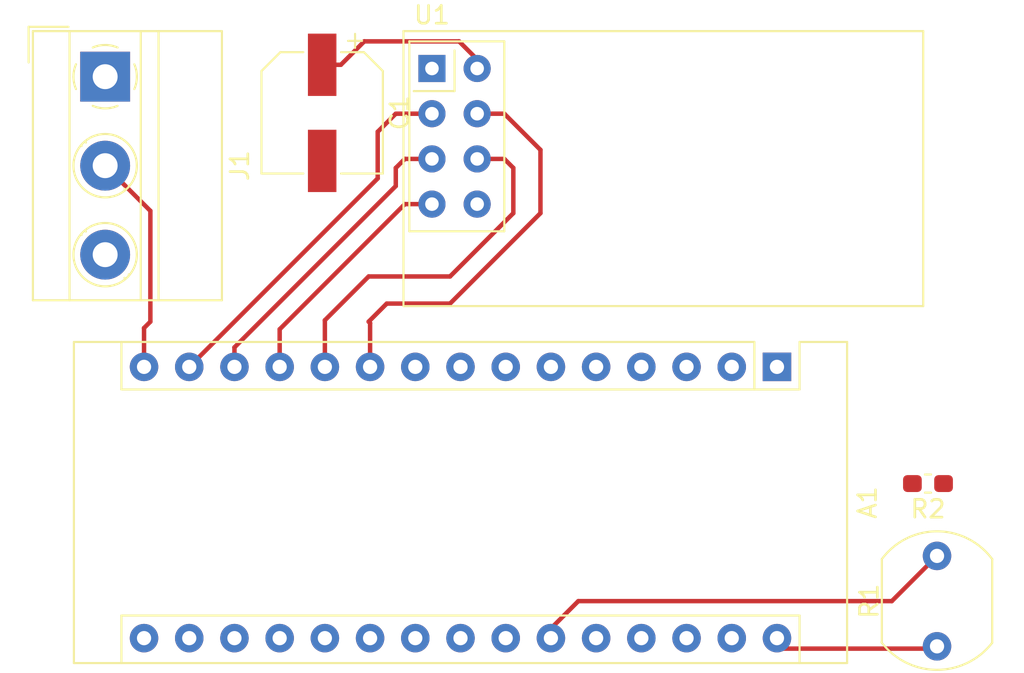
<source format=kicad_pcb>
(kicad_pcb (version 20171130) (host pcbnew 5.0.0-4.fc29)

  (general
    (thickness 1.6)
    (drawings 0)
    (tracks 43)
    (zones 0)
    (modules 6)
    (nets 11)
  )

  (page A4)
  (layers
    (0 F.Cu signal)
    (31 B.Cu signal)
    (32 B.Adhes user)
    (33 F.Adhes user)
    (34 B.Paste user)
    (35 F.Paste user)
    (36 B.SilkS user)
    (37 F.SilkS user)
    (38 B.Mask user)
    (39 F.Mask user)
    (40 Dwgs.User user)
    (41 Cmts.User user)
    (42 Eco1.User user)
    (43 Eco2.User user)
    (44 Edge.Cuts user)
    (45 Margin user)
    (46 B.CrtYd user)
    (47 F.CrtYd user)
    (48 B.Fab user)
    (49 F.Fab user)
  )

  (setup
    (last_trace_width 0.25)
    (trace_clearance 0.2)
    (zone_clearance 0.508)
    (zone_45_only no)
    (trace_min 0.2)
    (segment_width 0.2)
    (edge_width 0.15)
    (via_size 0.8)
    (via_drill 0.4)
    (via_min_size 0.4)
    (via_min_drill 0.3)
    (uvia_size 0.3)
    (uvia_drill 0.1)
    (uvias_allowed no)
    (uvia_min_size 0.2)
    (uvia_min_drill 0.1)
    (pcb_text_width 0.3)
    (pcb_text_size 1.5 1.5)
    (mod_edge_width 0.15)
    (mod_text_size 1 1)
    (mod_text_width 0.15)
    (pad_size 1.524 1.524)
    (pad_drill 0.762)
    (pad_to_mask_clearance 0.2)
    (aux_axis_origin 0 0)
    (grid_origin 105.736 69.136)
    (visible_elements FFFFFF7F)
    (pcbplotparams
      (layerselection 0x010fc_ffffffff)
      (usegerberextensions false)
      (usegerberattributes false)
      (usegerberadvancedattributes false)
      (creategerberjobfile false)
      (excludeedgelayer true)
      (linewidth 0.100000)
      (plotframeref false)
      (viasonmask false)
      (mode 1)
      (useauxorigin false)
      (hpglpennumber 1)
      (hpglpenspeed 20)
      (hpglpendiameter 15.000000)
      (psnegative false)
      (psa4output false)
      (plotreference true)
      (plotvalue true)
      (plotinvisibletext false)
      (padsonsilk false)
      (subtractmaskfromsilk false)
      (outputformat 1)
      (mirror false)
      (drillshape 1)
      (scaleselection 1)
      (outputdirectory ""))
  )

  (net 0 "")
  (net 1 +3V3)
  (net 2 "Net-(A1-Pad25)")
  (net 3 "Net-(A1-Pad10)")
  (net 4 "Net-(A1-Pad11)")
  (net 5 "Net-(A1-Pad12)")
  (net 6 "Net-(A1-Pad13)")
  (net 7 GND)
  (net 8 "Net-(A1-Pad14)")
  (net 9 +5V)
  (net 10 "Net-(A1-Pad15)")

  (net_class Default "This is the default net class."
    (clearance 0.2)
    (trace_width 0.25)
    (via_dia 0.8)
    (via_drill 0.4)
    (uvia_dia 0.3)
    (uvia_drill 0.1)
    (add_net +3V3)
    (add_net +5V)
    (add_net GND)
    (add_net "Net-(A1-Pad10)")
    (add_net "Net-(A1-Pad11)")
    (add_net "Net-(A1-Pad12)")
    (add_net "Net-(A1-Pad13)")
    (add_net "Net-(A1-Pad14)")
    (add_net "Net-(A1-Pad15)")
    (add_net "Net-(A1-Pad25)")
  )

  (module Module:Arduino_Nano (layer F.Cu) (tedit 58ACAF70) (tstamp 5C2A8661)
    (at 147.980026 88.44 270)
    (descr "Arduino Nano, http://www.mouser.com/pdfdocs/Gravitech_Arduino_Nano3_0.pdf")
    (tags "Arduino Nano")
    (path /5C295B9E)
    (fp_text reference A1 (at 7.62 -5.08 270) (layer F.SilkS)
      (effects (font (size 1 1) (thickness 0.15)))
    )
    (fp_text value Arduino_Nano_v3.x (at 8.89 19.05) (layer F.Fab)
      (effects (font (size 1 1) (thickness 0.15)))
    )
    (fp_text user %R (at 6.35 19.05) (layer F.Fab)
      (effects (font (size 1 1) (thickness 0.15)))
    )
    (fp_line (start 1.27 1.27) (end 1.27 -1.27) (layer F.SilkS) (width 0.12))
    (fp_line (start 1.27 -1.27) (end -1.4 -1.27) (layer F.SilkS) (width 0.12))
    (fp_line (start -1.4 1.27) (end -1.4 39.5) (layer F.SilkS) (width 0.12))
    (fp_line (start -1.4 -3.94) (end -1.4 -1.27) (layer F.SilkS) (width 0.12))
    (fp_line (start 13.97 -1.27) (end 16.64 -1.27) (layer F.SilkS) (width 0.12))
    (fp_line (start 13.97 -1.27) (end 13.97 36.83) (layer F.SilkS) (width 0.12))
    (fp_line (start 13.97 36.83) (end 16.64 36.83) (layer F.SilkS) (width 0.12))
    (fp_line (start 1.27 1.27) (end -1.4 1.27) (layer F.SilkS) (width 0.12))
    (fp_line (start 1.27 1.27) (end 1.27 36.83) (layer F.SilkS) (width 0.12))
    (fp_line (start 1.27 36.83) (end -1.4 36.83) (layer F.SilkS) (width 0.12))
    (fp_line (start 3.81 31.75) (end 11.43 31.75) (layer F.Fab) (width 0.1))
    (fp_line (start 11.43 31.75) (end 11.43 41.91) (layer F.Fab) (width 0.1))
    (fp_line (start 11.43 41.91) (end 3.81 41.91) (layer F.Fab) (width 0.1))
    (fp_line (start 3.81 41.91) (end 3.81 31.75) (layer F.Fab) (width 0.1))
    (fp_line (start -1.4 39.5) (end 16.64 39.5) (layer F.SilkS) (width 0.12))
    (fp_line (start 16.64 39.5) (end 16.64 -3.94) (layer F.SilkS) (width 0.12))
    (fp_line (start 16.64 -3.94) (end -1.4 -3.94) (layer F.SilkS) (width 0.12))
    (fp_line (start 16.51 39.37) (end -1.27 39.37) (layer F.Fab) (width 0.1))
    (fp_line (start -1.27 39.37) (end -1.27 -2.54) (layer F.Fab) (width 0.1))
    (fp_line (start -1.27 -2.54) (end 0 -3.81) (layer F.Fab) (width 0.1))
    (fp_line (start 0 -3.81) (end 16.51 -3.81) (layer F.Fab) (width 0.1))
    (fp_line (start 16.51 -3.81) (end 16.51 39.37) (layer F.Fab) (width 0.1))
    (fp_line (start -1.53 -4.06) (end 16.75 -4.06) (layer F.CrtYd) (width 0.05))
    (fp_line (start -1.53 -4.06) (end -1.53 42.16) (layer F.CrtYd) (width 0.05))
    (fp_line (start 16.75 42.16) (end 16.75 -4.06) (layer F.CrtYd) (width 0.05))
    (fp_line (start 16.75 42.16) (end -1.53 42.16) (layer F.CrtYd) (width 0.05))
    (pad 1 thru_hole rect (at 0 0 270) (size 1.6 1.6) (drill 0.8) (layers *.Cu *.Mask))
    (pad 17 thru_hole oval (at 15.24 33.02 270) (size 1.6 1.6) (drill 0.8) (layers *.Cu *.Mask)
      (net 1 +3V3))
    (pad 2 thru_hole oval (at 0 2.54 270) (size 1.6 1.6) (drill 0.8) (layers *.Cu *.Mask))
    (pad 18 thru_hole oval (at 15.24 30.48 270) (size 1.6 1.6) (drill 0.8) (layers *.Cu *.Mask))
    (pad 3 thru_hole oval (at 0 5.08 270) (size 1.6 1.6) (drill 0.8) (layers *.Cu *.Mask))
    (pad 19 thru_hole oval (at 15.24 27.94 270) (size 1.6 1.6) (drill 0.8) (layers *.Cu *.Mask))
    (pad 4 thru_hole oval (at 0 7.62 270) (size 1.6 1.6) (drill 0.8) (layers *.Cu *.Mask))
    (pad 20 thru_hole oval (at 15.24 25.4 270) (size 1.6 1.6) (drill 0.8) (layers *.Cu *.Mask))
    (pad 5 thru_hole oval (at 0 10.16 270) (size 1.6 1.6) (drill 0.8) (layers *.Cu *.Mask))
    (pad 21 thru_hole oval (at 15.24 22.86 270) (size 1.6 1.6) (drill 0.8) (layers *.Cu *.Mask))
    (pad 6 thru_hole oval (at 0 12.7 270) (size 1.6 1.6) (drill 0.8) (layers *.Cu *.Mask))
    (pad 22 thru_hole oval (at 15.24 20.32 270) (size 1.6 1.6) (drill 0.8) (layers *.Cu *.Mask))
    (pad 7 thru_hole oval (at 0 15.24 270) (size 1.6 1.6) (drill 0.8) (layers *.Cu *.Mask))
    (pad 23 thru_hole oval (at 15.24 17.78 270) (size 1.6 1.6) (drill 0.8) (layers *.Cu *.Mask))
    (pad 8 thru_hole oval (at 0 17.78 270) (size 1.6 1.6) (drill 0.8) (layers *.Cu *.Mask))
    (pad 24 thru_hole oval (at 15.24 15.24 270) (size 1.6 1.6) (drill 0.8) (layers *.Cu *.Mask))
    (pad 9 thru_hole oval (at 0 20.32 270) (size 1.6 1.6) (drill 0.8) (layers *.Cu *.Mask))
    (pad 25 thru_hole oval (at 15.24 12.7 270) (size 1.6 1.6) (drill 0.8) (layers *.Cu *.Mask)
      (net 2 "Net-(A1-Pad25)"))
    (pad 10 thru_hole oval (at 0 22.86 270) (size 1.6 1.6) (drill 0.8) (layers *.Cu *.Mask)
      (net 3 "Net-(A1-Pad10)"))
    (pad 26 thru_hole oval (at 15.24 10.16 270) (size 1.6 1.6) (drill 0.8) (layers *.Cu *.Mask))
    (pad 11 thru_hole oval (at 0 25.4 270) (size 1.6 1.6) (drill 0.8) (layers *.Cu *.Mask)
      (net 4 "Net-(A1-Pad11)"))
    (pad 27 thru_hole oval (at 15.24 7.62 270) (size 1.6 1.6) (drill 0.8) (layers *.Cu *.Mask))
    (pad 12 thru_hole oval (at 0 27.94 270) (size 1.6 1.6) (drill 0.8) (layers *.Cu *.Mask)
      (net 5 "Net-(A1-Pad12)"))
    (pad 28 thru_hole oval (at 15.24 5.08 270) (size 1.6 1.6) (drill 0.8) (layers *.Cu *.Mask))
    (pad 13 thru_hole oval (at 0 30.48 270) (size 1.6 1.6) (drill 0.8) (layers *.Cu *.Mask)
      (net 6 "Net-(A1-Pad13)"))
    (pad 29 thru_hole oval (at 15.24 2.54 270) (size 1.6 1.6) (drill 0.8) (layers *.Cu *.Mask)
      (net 7 GND))
    (pad 14 thru_hole oval (at 0 33.02 270) (size 1.6 1.6) (drill 0.8) (layers *.Cu *.Mask)
      (net 8 "Net-(A1-Pad14)"))
    (pad 30 thru_hole oval (at 15.24 0 270) (size 1.6 1.6) (drill 0.8) (layers *.Cu *.Mask)
      (net 9 +5V))
    (pad 15 thru_hole oval (at 0 35.56 270) (size 1.6 1.6) (drill 0.8) (layers *.Cu *.Mask)
      (net 10 "Net-(A1-Pad15)"))
    (pad 16 thru_hole oval (at 15.24 35.56 270) (size 1.6 1.6) (drill 0.8) (layers *.Cu *.Mask))
    (model ${KISYS3DMOD}/Module.3dshapes/Arduino_Nano_WithMountingHoles.wrl
      (at (xyz 0 0 0))
      (scale (xyz 1 1 1))
      (rotate (xyz 0 0 0))
    )
  )

  (module Capacitor_SMD:CP_Elec_6.3x3 (layer F.Cu) (tedit 5A841F9D) (tstamp 5C2A8689)
    (at 122.428 74.168 270)
    (descr "SMT capacitor, aluminium electrolytic, 6.3x3, Nichicon ")
    (tags "Capacitor Electrolytic")
    (path /5C29641B)
    (attr smd)
    (fp_text reference C1 (at 0 -4.35 270) (layer F.SilkS)
      (effects (font (size 1 1) (thickness 0.15)))
    )
    (fp_text value CP (at 0 4.35 270) (layer F.Fab)
      (effects (font (size 1 1) (thickness 0.15)))
    )
    (fp_circle (center 0 0) (end 3.15 0) (layer F.Fab) (width 0.1))
    (fp_line (start 3.3 -3.3) (end 3.3 3.3) (layer F.Fab) (width 0.1))
    (fp_line (start -2.3 -3.3) (end 3.3 -3.3) (layer F.Fab) (width 0.1))
    (fp_line (start -2.3 3.3) (end 3.3 3.3) (layer F.Fab) (width 0.1))
    (fp_line (start -3.3 -2.3) (end -3.3 2.3) (layer F.Fab) (width 0.1))
    (fp_line (start -3.3 -2.3) (end -2.3 -3.3) (layer F.Fab) (width 0.1))
    (fp_line (start -3.3 2.3) (end -2.3 3.3) (layer F.Fab) (width 0.1))
    (fp_line (start -2.704838 -1.33) (end -2.074838 -1.33) (layer F.Fab) (width 0.1))
    (fp_line (start -2.389838 -1.645) (end -2.389838 -1.015) (layer F.Fab) (width 0.1))
    (fp_line (start 3.41 3.41) (end 3.41 1.06) (layer F.SilkS) (width 0.12))
    (fp_line (start 3.41 -3.41) (end 3.41 -1.06) (layer F.SilkS) (width 0.12))
    (fp_line (start -2.345563 -3.41) (end 3.41 -3.41) (layer F.SilkS) (width 0.12))
    (fp_line (start -2.345563 3.41) (end 3.41 3.41) (layer F.SilkS) (width 0.12))
    (fp_line (start -3.41 2.345563) (end -3.41 1.06) (layer F.SilkS) (width 0.12))
    (fp_line (start -3.41 -2.345563) (end -3.41 -1.06) (layer F.SilkS) (width 0.12))
    (fp_line (start -3.41 -2.345563) (end -2.345563 -3.41) (layer F.SilkS) (width 0.12))
    (fp_line (start -3.41 2.345563) (end -2.345563 3.41) (layer F.SilkS) (width 0.12))
    (fp_line (start -4.4375 -1.8475) (end -3.65 -1.8475) (layer F.SilkS) (width 0.12))
    (fp_line (start -4.04375 -2.24125) (end -4.04375 -1.45375) (layer F.SilkS) (width 0.12))
    (fp_line (start 3.55 -3.55) (end 3.55 -1.05) (layer F.CrtYd) (width 0.05))
    (fp_line (start 3.55 -1.05) (end 4.7 -1.05) (layer F.CrtYd) (width 0.05))
    (fp_line (start 4.7 -1.05) (end 4.7 1.05) (layer F.CrtYd) (width 0.05))
    (fp_line (start 4.7 1.05) (end 3.55 1.05) (layer F.CrtYd) (width 0.05))
    (fp_line (start 3.55 1.05) (end 3.55 3.55) (layer F.CrtYd) (width 0.05))
    (fp_line (start -2.4 3.55) (end 3.55 3.55) (layer F.CrtYd) (width 0.05))
    (fp_line (start -2.4 -3.55) (end 3.55 -3.55) (layer F.CrtYd) (width 0.05))
    (fp_line (start -3.55 2.4) (end -2.4 3.55) (layer F.CrtYd) (width 0.05))
    (fp_line (start -3.55 -2.4) (end -2.4 -3.55) (layer F.CrtYd) (width 0.05))
    (fp_line (start -3.55 -2.4) (end -3.55 -1.05) (layer F.CrtYd) (width 0.05))
    (fp_line (start -3.55 1.05) (end -3.55 2.4) (layer F.CrtYd) (width 0.05))
    (fp_line (start -3.55 -1.05) (end -4.7 -1.05) (layer F.CrtYd) (width 0.05))
    (fp_line (start -4.7 -1.05) (end -4.7 1.05) (layer F.CrtYd) (width 0.05))
    (fp_line (start -4.7 1.05) (end -3.55 1.05) (layer F.CrtYd) (width 0.05))
    (fp_text user %R (at 0 0 270) (layer F.Fab)
      (effects (font (size 1 1) (thickness 0.15)))
    )
    (pad 1 smd rect (at -2.7 0 270) (size 3.5 1.6) (layers F.Cu F.Paste F.Mask)
      (net 1 +3V3))
    (pad 2 smd rect (at 2.7 0 270) (size 3.5 1.6) (layers F.Cu F.Paste F.Mask)
      (net 7 GND))
    (model ${KISYS3DMOD}/Capacitor_SMD.3dshapes/CP_Elec_6.3x3.wrl
      (at (xyz 0 0 0))
      (scale (xyz 1 1 1))
      (rotate (xyz 0 0 0))
    )
  )

  (module TerminalBlock_MetzConnect:TerminalBlock_MetzConnect_Type011_RT05503HBWC_1x03_P5.00mm_Horizontal (layer F.Cu) (tedit 5B294E99) (tstamp 5C2A86BE)
    (at 110.236 72.136 270)
    (descr "terminal block Metz Connect Type011_RT05503HBWC, 3 pins, pitch 5mm, size 15x10.5mm^2, drill diamater 1.4mm, pad diameter 2.8mm, see http://www.metz-connect.com/de/system/files/productfiles/Datenblatt_310111_RT055xxHBLC_OFF-022717S.pdf, script-generated using https://github.com/pointhi/kicad-footprint-generator/scripts/TerminalBlock_MetzConnect")
    (tags "THT terminal block Metz Connect Type011_RT05503HBWC pitch 5mm size 15x10.5mm^2 drill 1.4mm pad 2.8mm")
    (path /5C29A801)
    (fp_text reference J1 (at 5 -7.56 270) (layer F.SilkS)
      (effects (font (size 1 1) (thickness 0.15)))
    )
    (fp_text value Screw_Terminal_01x03 (at 5 5.06 270) (layer F.Fab)
      (effects (font (size 1 1) (thickness 0.15)))
    )
    (fp_arc (start 0 0) (end 0 1.78) (angle -23) (layer F.SilkS) (width 0.12))
    (fp_arc (start 0 0) (end 1.639 0.696) (angle -46) (layer F.SilkS) (width 0.12))
    (fp_arc (start 0 0) (end 0.696 -1.639) (angle -46) (layer F.SilkS) (width 0.12))
    (fp_arc (start 0 0) (end -1.639 -0.696) (angle -46) (layer F.SilkS) (width 0.12))
    (fp_arc (start 0 0) (end -0.696 1.639) (angle -24) (layer F.SilkS) (width 0.12))
    (fp_circle (center 0 0) (end 1.6 0) (layer F.Fab) (width 0.1))
    (fp_circle (center 5 0) (end 6.6 0) (layer F.Fab) (width 0.1))
    (fp_circle (center 5 0) (end 6.78 0) (layer F.SilkS) (width 0.12))
    (fp_circle (center 10 0) (end 11.6 0) (layer F.Fab) (width 0.1))
    (fp_circle (center 10 0) (end 11.78 0) (layer F.SilkS) (width 0.12))
    (fp_line (start -2.5 -6.5) (end 12.5 -6.5) (layer F.Fab) (width 0.1))
    (fp_line (start 12.5 -6.5) (end 12.5 4) (layer F.Fab) (width 0.1))
    (fp_line (start 12.5 4) (end -0.5 4) (layer F.Fab) (width 0.1))
    (fp_line (start -0.5 4) (end -2.5 2) (layer F.Fab) (width 0.1))
    (fp_line (start -2.5 2) (end -2.5 -6.5) (layer F.Fab) (width 0.1))
    (fp_line (start -2.5 2) (end 12.5 2) (layer F.Fab) (width 0.1))
    (fp_line (start -2.56 2) (end 12.56 2) (layer F.SilkS) (width 0.12))
    (fp_line (start -2.5 -2) (end 12.5 -2) (layer F.Fab) (width 0.1))
    (fp_line (start -2.56 -2) (end 12.56 -2) (layer F.SilkS) (width 0.12))
    (fp_line (start -2.5 -3) (end 12.5 -3) (layer F.Fab) (width 0.1))
    (fp_line (start -2.56 -3) (end 12.56 -3) (layer F.SilkS) (width 0.12))
    (fp_line (start -2.56 -6.56) (end 12.56 -6.56) (layer F.SilkS) (width 0.12))
    (fp_line (start -2.56 4.06) (end 12.56 4.06) (layer F.SilkS) (width 0.12))
    (fp_line (start -2.56 -6.56) (end -2.56 4.06) (layer F.SilkS) (width 0.12))
    (fp_line (start 12.56 -6.56) (end 12.56 4.06) (layer F.SilkS) (width 0.12))
    (fp_line (start 1.214 -1.019) (end -1.019 1.214) (layer F.Fab) (width 0.1))
    (fp_line (start 1.019 -1.214) (end -1.214 1.018) (layer F.Fab) (width 0.1))
    (fp_line (start 6.214 -1.019) (end 3.982 1.214) (layer F.Fab) (width 0.1))
    (fp_line (start 6.019 -1.214) (end 3.787 1.018) (layer F.Fab) (width 0.1))
    (fp_line (start 6.35 -1.133) (end 6.301 -1.083) (layer F.SilkS) (width 0.12))
    (fp_line (start 3.892 1.325) (end 3.868 1.35) (layer F.SilkS) (width 0.12))
    (fp_line (start 6.133 -1.35) (end 6.108 -1.326) (layer F.SilkS) (width 0.12))
    (fp_line (start 3.7 1.083) (end 3.65 1.133) (layer F.SilkS) (width 0.12))
    (fp_line (start 11.214 -1.019) (end 8.982 1.214) (layer F.Fab) (width 0.1))
    (fp_line (start 11.019 -1.214) (end 8.787 1.018) (layer F.Fab) (width 0.1))
    (fp_line (start 11.35 -1.133) (end 11.301 -1.083) (layer F.SilkS) (width 0.12))
    (fp_line (start 8.892 1.325) (end 8.868 1.35) (layer F.SilkS) (width 0.12))
    (fp_line (start 11.133 -1.35) (end 11.108 -1.326) (layer F.SilkS) (width 0.12))
    (fp_line (start 8.7 1.083) (end 8.65 1.133) (layer F.SilkS) (width 0.12))
    (fp_line (start -2.8 2.06) (end -2.8 4.3) (layer F.SilkS) (width 0.12))
    (fp_line (start -2.8 4.3) (end -0.8 4.3) (layer F.SilkS) (width 0.12))
    (fp_line (start -3 -7) (end -3 4.5) (layer F.CrtYd) (width 0.05))
    (fp_line (start -3 4.5) (end 13 4.5) (layer F.CrtYd) (width 0.05))
    (fp_line (start 13 4.5) (end 13 -7) (layer F.CrtYd) (width 0.05))
    (fp_line (start 13 -7) (end -3 -7) (layer F.CrtYd) (width 0.05))
    (fp_text user %R (at 5 3.25 270) (layer F.Fab)
      (effects (font (size 1 1) (thickness 0.15)))
    )
    (pad 1 thru_hole rect (at 0 0 270) (size 2.8 2.8) (drill 1.4) (layers *.Cu *.Mask)
      (net 7 GND))
    (pad 2 thru_hole circle (at 5 0 270) (size 2.8 2.8) (drill 1.4) (layers *.Cu *.Mask)
      (net 10 "Net-(A1-Pad15)"))
    (pad 3 thru_hole circle (at 10 0 270) (size 2.8 2.8) (drill 1.4) (layers *.Cu *.Mask)
      (net 9 +5V))
    (model ${KISYS3DMOD}/TerminalBlock_MetzConnect.3dshapes/TerminalBlock_MetzConnect_Type011_RT05503HBWC_1x03_P5.00mm_Horizontal.wrl
      (at (xyz 0 0 0))
      (scale (xyz 1 1 1))
      (rotate (xyz 0 0 0))
    )
  )

  (module OptoDevice:R_LDR_7x6mm_P5.1mm_Vertical (layer F.Cu) (tedit 5A6C6585) (tstamp 5C2A86DE)
    (at 156.972 104.14 90)
    (descr "Resistor, LDR 7x6mm")
    (tags "Resistor LDR7x6mm")
    (path /5C295D9A)
    (fp_text reference R1 (at 2.54 -3.81 90) (layer F.SilkS)
      (effects (font (size 1 1) (thickness 0.15)))
    )
    (fp_text value R_PHOTO (at 2.54 4.06 90) (layer F.Fab)
      (effects (font (size 1 1) (thickness 0.15)))
    )
    (fp_text user %R (at 2.54 0 90) (layer F.Fab)
      (effects (font (size 1 1) (thickness 0.15)))
    )
    (fp_line (start 0.2 -3.1) (end 4.9 -3.1) (layer F.SilkS) (width 0.12))
    (fp_line (start 0.2 3.1) (end 4.9 3.1) (layer F.SilkS) (width 0.12))
    (fp_line (start 1.64 -1.8) (end 3.44 -1.8) (layer F.Fab) (width 0.1))
    (fp_line (start 3.44 -1.8) (end 3.44 -1.2) (layer F.Fab) (width 0.1))
    (fp_line (start 3.44 -1.2) (end 1.64 -1.2) (layer F.Fab) (width 0.1))
    (fp_line (start 1.64 -1.2) (end 1.64 -0.6) (layer F.Fab) (width 0.1))
    (fp_line (start 1.64 -0.6) (end 3.44 -0.6) (layer F.Fab) (width 0.1))
    (fp_line (start 3.44 -0.6) (end 3.44 0) (layer F.Fab) (width 0.1))
    (fp_line (start 3.44 0) (end 1.64 0) (layer F.Fab) (width 0.1))
    (fp_line (start 1.64 0) (end 1.64 0.6) (layer F.Fab) (width 0.1))
    (fp_line (start 1.64 0.6) (end 3.44 0.6) (layer F.Fab) (width 0.1))
    (fp_line (start 3.44 0.6) (end 3.44 1.2) (layer F.Fab) (width 0.1))
    (fp_line (start 3.44 1.2) (end 1.64 1.2) (layer F.Fab) (width 0.1))
    (fp_line (start 1.64 1.2) (end 1.64 1.8) (layer F.Fab) (width 0.1))
    (fp_line (start 1.64 1.8) (end 3.44 1.8) (layer F.Fab) (width 0.1))
    (fp_line (start 4.84 3) (end 0.24 3) (layer F.Fab) (width 0.1))
    (fp_line (start 0.24 -3) (end 4.84 -3) (layer F.Fab) (width 0.1))
    (fp_line (start -1.49 -3.25) (end 6.57 -3.25) (layer F.CrtYd) (width 0.05))
    (fp_line (start -1.49 -3.25) (end -1.49 3.25) (layer F.CrtYd) (width 0.05))
    (fp_line (start 6.57 3.25) (end 6.57 -3.25) (layer F.CrtYd) (width 0.05))
    (fp_line (start 6.57 3.25) (end -1.49 3.25) (layer F.CrtYd) (width 0.05))
    (fp_arc (start 2.6 0) (end 0.2 3.1) (angle 105) (layer F.SilkS) (width 0.12))
    (fp_arc (start 2.6 0) (end 4.9 -3.1) (angle 107) (layer F.SilkS) (width 0.12))
    (fp_arc (start 2.54 0) (end 4.84 -3) (angle 105) (layer F.Fab) (width 0.1))
    (fp_arc (start 2.54 0) (end 0.24 3) (angle 105) (layer F.Fab) (width 0.1))
    (pad 1 thru_hole circle (at 0 0 90) (size 1.6 1.6) (drill 0.8) (layers *.Cu *.Mask)
      (net 9 +5V))
    (pad 2 thru_hole circle (at 5.08 0 90) (size 1.6 1.6) (drill 0.8) (layers *.Cu *.Mask)
      (net 2 "Net-(A1-Pad25)"))
    (model ${KISYS3DMOD}/OptoDevice.3dshapes/R_LDR_7x6mm_P5.1mm_Vertical.wrl
      (at (xyz 0 0 0))
      (scale (xyz 1 1 1))
      (rotate (xyz 0 0 0))
    )
  )

  (module Resistor_SMD:R_0603_1608Metric_Pad1.05x0.95mm_HandSolder (layer F.Cu) (tedit 5B301BBD) (tstamp 5C2A86EF)
    (at 156.464 94.996 180)
    (descr "Resistor SMD 0603 (1608 Metric), square (rectangular) end terminal, IPC_7351 nominal with elongated pad for handsoldering. (Body size source: http://www.tortai-tech.com/upload/download/2011102023233369053.pdf), generated with kicad-footprint-generator")
    (tags "resistor handsolder")
    (path /5C295F17)
    (attr smd)
    (fp_text reference R2 (at 0 -1.43 180) (layer F.SilkS)
      (effects (font (size 1 1) (thickness 0.15)))
    )
    (fp_text value 10k (at 0 1.43 180) (layer F.Fab)
      (effects (font (size 1 1) (thickness 0.15)))
    )
    (fp_line (start -0.8 0.4) (end -0.8 -0.4) (layer F.Fab) (width 0.1))
    (fp_line (start -0.8 -0.4) (end 0.8 -0.4) (layer F.Fab) (width 0.1))
    (fp_line (start 0.8 -0.4) (end 0.8 0.4) (layer F.Fab) (width 0.1))
    (fp_line (start 0.8 0.4) (end -0.8 0.4) (layer F.Fab) (width 0.1))
    (fp_line (start -0.171267 -0.51) (end 0.171267 -0.51) (layer F.SilkS) (width 0.12))
    (fp_line (start -0.171267 0.51) (end 0.171267 0.51) (layer F.SilkS) (width 0.12))
    (fp_line (start -1.65 0.73) (end -1.65 -0.73) (layer F.CrtYd) (width 0.05))
    (fp_line (start -1.65 -0.73) (end 1.65 -0.73) (layer F.CrtYd) (width 0.05))
    (fp_line (start 1.65 -0.73) (end 1.65 0.73) (layer F.CrtYd) (width 0.05))
    (fp_line (start 1.65 0.73) (end -1.65 0.73) (layer F.CrtYd) (width 0.05))
    (fp_text user %R (at 0 0 180) (layer F.Fab)
      (effects (font (size 0.4 0.4) (thickness 0.06)))
    )
    (pad 1 smd roundrect (at -0.875 0 180) (size 1.05 0.95) (layers F.Cu F.Paste F.Mask) (roundrect_rratio 0.25)
      (net 2 "Net-(A1-Pad25)"))
    (pad 2 smd roundrect (at 0.875 0 180) (size 1.05 0.95) (layers F.Cu F.Paste F.Mask) (roundrect_rratio 0.25)
      (net 7 GND))
    (model ${KISYS3DMOD}/Resistor_SMD.3dshapes/R_0603_1608Metric.wrl
      (at (xyz 0 0 0))
      (scale (xyz 1 1 1))
      (rotate (xyz 0 0 0))
    )
  )

  (module RF_Module:nRF24L01_Breakout (layer F.Cu) (tedit 5A056C61) (tstamp 5C2A8719)
    (at 128.596 71.676)
    (descr "nRF24L01 breakout board")
    (tags "nRF24L01 adapter breakout")
    (path /5C2960CD)
    (fp_text reference U1 (at 0 -3) (layer F.SilkS)
      (effects (font (size 1 1) (thickness 0.15)))
    )
    (fp_text value NRF24L01_Breakout (at 13 5) (layer F.Fab)
      (effects (font (size 1 1) (thickness 0.15)))
    )
    (fp_line (start -1.5 -2) (end 27.5 -2) (layer F.Fab) (width 0.1))
    (fp_line (start 27.5 -2) (end 27.5 13.25) (layer F.Fab) (width 0.1))
    (fp_line (start 27.5 13.25) (end -1.5 13.25) (layer F.Fab) (width 0.1))
    (fp_line (start -1.5 13.25) (end -1.5 -2) (layer F.Fab) (width 0.1))
    (fp_line (start -1.5 -2) (end -1.5 -2) (layer F.Fab) (width 0.1))
    (fp_line (start -1.27 -1.27) (end 3.81 -1.27) (layer F.Fab) (width 0.1))
    (fp_line (start 3.81 -1.27) (end 3.81 8.89) (layer F.Fab) (width 0.1))
    (fp_line (start 3.81 8.89) (end -1.27 8.89) (layer F.Fab) (width 0.1))
    (fp_line (start -1.27 8.89) (end -1.27 -1.27) (layer F.Fab) (width 0.1))
    (fp_line (start -1.27 -1.27) (end -1.27 -1.27) (layer F.Fab) (width 0.1))
    (fp_line (start -1.27 -1.524) (end 4.064 -1.524) (layer F.SilkS) (width 0.12))
    (fp_line (start 4.064 -1.524) (end 4.064 9.144) (layer F.SilkS) (width 0.12))
    (fp_line (start 4.064 9.144) (end -1.27 9.144) (layer F.SilkS) (width 0.12))
    (fp_line (start -1.27 9.144) (end -1.27 9.144) (layer F.SilkS) (width 0.12))
    (fp_line (start 1.27 -1.016) (end 1.27 1.27) (layer F.SilkS) (width 0.12))
    (fp_line (start 1.27 1.27) (end -1.016 1.27) (layer F.SilkS) (width 0.12))
    (fp_line (start -1.016 1.27) (end -1.016 1.27) (layer F.SilkS) (width 0.12))
    (fp_line (start -1.6 -2.1) (end 27.6 -2.1) (layer F.SilkS) (width 0.12))
    (fp_line (start 27.6 -2.1) (end 27.6 13.35) (layer F.SilkS) (width 0.12))
    (fp_line (start 27.6 13.35) (end -1.6 13.35) (layer F.SilkS) (width 0.12))
    (fp_line (start -1.6 13.35) (end -1.6 -2.1) (layer F.SilkS) (width 0.12))
    (fp_line (start -1.6 -2.1) (end -1.6 -2.1) (layer F.SilkS) (width 0.12))
    (fp_line (start -1.27 9.144) (end -1.27 -1.524) (layer F.SilkS) (width 0.12))
    (fp_line (start -1.27 -1.524) (end -1.27 -1.524) (layer F.SilkS) (width 0.12))
    (fp_line (start 27.75 -2.25) (end -1.75 -2.25) (layer F.CrtYd) (width 0.05))
    (fp_line (start -1.75 -2.25) (end -1.75 13.5) (layer F.CrtYd) (width 0.05))
    (fp_line (start -1.75 13.5) (end 27.75 13.5) (layer F.CrtYd) (width 0.05))
    (fp_line (start 27.75 13.5) (end 27.75 -2.25) (layer F.CrtYd) (width 0.05))
    (fp_line (start 27.75 -2.25) (end 27.75 -2.25) (layer F.CrtYd) (width 0.05))
    (fp_text user %R (at 12.5 2.5) (layer F.Fab)
      (effects (font (size 1 1) (thickness 0.15)))
    )
    (pad 1 thru_hole rect (at 0 0) (size 1.524 1.524) (drill 0.762) (layers *.Cu *.Mask)
      (net 7 GND))
    (pad 2 thru_hole circle (at 2.54 0) (size 1.524 1.524) (drill 0.762) (layers *.Cu *.Mask)
      (net 1 +3V3))
    (pad 3 thru_hole circle (at 0 2.54) (size 1.524 1.524) (drill 0.762) (layers *.Cu *.Mask)
      (net 8 "Net-(A1-Pad14)"))
    (pad 4 thru_hole circle (at 2.54 2.54) (size 1.524 1.524) (drill 0.762) (layers *.Cu *.Mask)
      (net 3 "Net-(A1-Pad10)"))
    (pad 5 thru_hole circle (at 0 5.08) (size 1.524 1.524) (drill 0.762) (layers *.Cu *.Mask)
      (net 6 "Net-(A1-Pad13)"))
    (pad 6 thru_hole circle (at 2.54 5.08) (size 1.524 1.524) (drill 0.762) (layers *.Cu *.Mask)
      (net 4 "Net-(A1-Pad11)"))
    (pad 7 thru_hole circle (at 0 7.62) (size 1.524 1.524) (drill 0.762) (layers *.Cu *.Mask)
      (net 5 "Net-(A1-Pad12)"))
    (pad 8 thru_hole circle (at 2.54 7.62) (size 1.524 1.524) (drill 0.762) (layers *.Cu *.Mask))
    (model ${KISYS3DMOD}/RF_Module.3dshapes/nRF24L01_Breakout.wrl
      (at (xyz 0 0 0))
      (scale (xyz 1 1 1))
      (rotate (xyz 0 0 0))
    )
  )

  (segment (start 124.794 70.152) (end 130.12 70.152) (width 0.25) (layer F.Cu) (net 1))
  (segment (start 122.428 71.468) (end 123.478 71.468) (width 0.25) (layer F.Cu) (net 1))
  (segment (start 131.136 71.168) (end 131.136 71.676) (width 0.25) (layer F.Cu) (net 1))
  (segment (start 130.12 70.152) (end 131.136 71.168) (width 0.25) (layer F.Cu) (net 1))
  (segment (start 123.478 71.468) (end 124.794 70.152) (width 0.25) (layer F.Cu) (net 1))
  (segment (start 135.280026 103.138452) (end 136.818478 101.6) (width 0.25) (layer F.Cu) (net 2))
  (segment (start 135.280026 104.269822) (end 135.280026 103.138452) (width 0.25) (layer F.Cu) (net 2))
  (segment (start 154.432 101.6) (end 156.972 99.06) (width 0.25) (layer F.Cu) (net 2))
  (segment (start 136.818478 101.6) (end 154.432 101.6) (width 0.25) (layer F.Cu) (net 2))
  (segment (start 131.136 74.216) (end 132.66 74.216) (width 0.25) (layer F.Cu) (net 3))
  (segment (start 132.66 74.216) (end 134.692 76.248) (width 0.25) (layer F.Cu) (net 3))
  (segment (start 134.692 76.248) (end 134.692 79.804) (width 0.25) (layer F.Cu) (net 3))
  (segment (start 134.692 79.804) (end 129.612 84.884) (width 0.25) (layer F.Cu) (net 3))
  (segment (start 129.612 84.884) (end 126.056 84.884) (width 0.25) (layer F.Cu) (net 3))
  (segment (start 126.056 84.884) (end 125.04 85.9) (width 0.25) (layer F.Cu) (net 3))
  (segment (start 125.120026 85.980026) (end 125.120026 88.44) (width 0.25) (layer F.Cu) (net 3))
  (segment (start 125.04 85.9) (end 125.120026 85.980026) (width 0.25) (layer F.Cu) (net 3))
  (segment (start 122.580026 85.819974) (end 122.580026 88.44) (width 0.25) (layer F.Cu) (net 4))
  (segment (start 132.66 76.756) (end 133.168 77.264) (width 0.25) (layer F.Cu) (net 4))
  (segment (start 131.136 76.756) (end 132.66 76.756) (width 0.25) (layer F.Cu) (net 4))
  (segment (start 133.168 77.264) (end 133.168 79.804) (width 0.25) (layer F.Cu) (net 4))
  (segment (start 133.168 79.804) (end 129.612 83.36) (width 0.25) (layer F.Cu) (net 4))
  (segment (start 129.612 83.36) (end 125.04 83.36) (width 0.25) (layer F.Cu) (net 4))
  (segment (start 125.04 83.36) (end 122.580026 85.819974) (width 0.25) (layer F.Cu) (net 4))
  (segment (start 127.072 79.296) (end 128.596 79.296) (width 0.25) (layer F.Cu) (net 5))
  (segment (start 120.040026 88.44) (end 120.040026 86.327974) (width 0.25) (layer F.Cu) (net 5))
  (segment (start 120.040026 86.327974) (end 127.072 79.296) (width 0.25) (layer F.Cu) (net 5))
  (segment (start 117.500026 87.343974) (end 117.500026 88.44) (width 0.25) (layer F.Cu) (net 6))
  (segment (start 126.564 78.28) (end 117.500026 87.343974) (width 0.25) (layer F.Cu) (net 6))
  (segment (start 128.596 76.756) (end 127.072 76.756) (width 0.25) (layer F.Cu) (net 6))
  (segment (start 126.564 77.264) (end 126.564 78.28) (width 0.25) (layer F.Cu) (net 6))
  (segment (start 127.072 76.756) (end 126.564 77.264) (width 0.25) (layer F.Cu) (net 6))
  (segment (start 126.564 74.216) (end 128.596 74.216) (width 0.25) (layer F.Cu) (net 8))
  (segment (start 125.548 75.232) (end 126.564 74.216) (width 0.25) (layer F.Cu) (net 8))
  (segment (start 114.960026 88.44) (end 125.548 77.852026) (width 0.25) (layer F.Cu) (net 8))
  (segment (start 125.548 77.852026) (end 125.548 75.232) (width 0.25) (layer F.Cu) (net 8))
  (segment (start 156.842178 104.269822) (end 156.972 104.14) (width 0.25) (layer F.Cu) (net 9))
  (segment (start 147.980026 104.269822) (end 156.842178 104.269822) (width 0.25) (layer F.Cu) (net 9))
  (segment (start 112.776 79.676) (end 110.236 77.136) (width 0.25) (layer F.Cu) (net 10))
  (segment (start 112.420026 89.029822) (end 112.776 88.673848) (width 0.25) (layer F.Cu) (net 10))
  (segment (start 112.420026 88.44) (end 112.420026 86.255974) (width 0.25) (layer F.Cu) (net 10))
  (segment (start 112.420026 86.255974) (end 112.776 85.9) (width 0.25) (layer F.Cu) (net 10))
  (segment (start 112.776 85.9) (end 112.776 79.676) (width 0.25) (layer F.Cu) (net 10))

)

</source>
